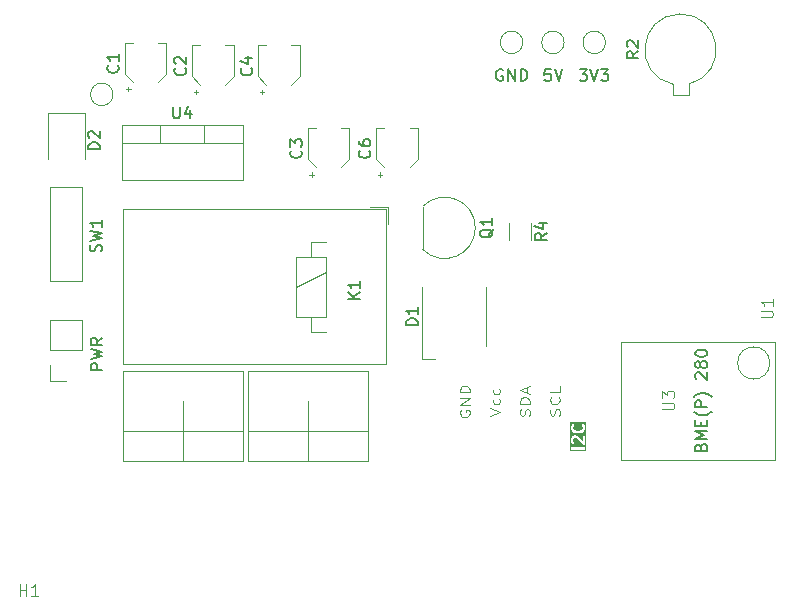
<source format=gbr>
%TF.GenerationSoftware,KiCad,Pcbnew,8.0.4*%
%TF.CreationDate,2024-07-28T00:02:19-04:00*%
%TF.ProjectId,ESP32-C3-WROOM-Node-Temperature,45535033-322d-4433-932d-57524f4f4d2d,rev?*%
%TF.SameCoordinates,Original*%
%TF.FileFunction,Legend,Top*%
%TF.FilePolarity,Positive*%
%FSLAX46Y46*%
G04 Gerber Fmt 4.6, Leading zero omitted, Abs format (unit mm)*
G04 Created by KiCad (PCBNEW 8.0.4) date 2024-07-28 00:02:19*
%MOMM*%
%LPD*%
G01*
G04 APERTURE LIST*
%ADD10C,0.150000*%
%ADD11C,0.200000*%
%ADD12C,0.100000*%
%ADD13C,0.120000*%
G04 APERTURE END LIST*
D10*
X129459580Y-64566666D02*
X129507200Y-64614285D01*
X129507200Y-64614285D02*
X129554819Y-64757142D01*
X129554819Y-64757142D02*
X129554819Y-64852380D01*
X129554819Y-64852380D02*
X129507200Y-64995237D01*
X129507200Y-64995237D02*
X129411961Y-65090475D01*
X129411961Y-65090475D02*
X129316723Y-65138094D01*
X129316723Y-65138094D02*
X129126247Y-65185713D01*
X129126247Y-65185713D02*
X128983390Y-65185713D01*
X128983390Y-65185713D02*
X128792914Y-65138094D01*
X128792914Y-65138094D02*
X128697676Y-65090475D01*
X128697676Y-65090475D02*
X128602438Y-64995237D01*
X128602438Y-64995237D02*
X128554819Y-64852380D01*
X128554819Y-64852380D02*
X128554819Y-64757142D01*
X128554819Y-64757142D02*
X128602438Y-64614285D01*
X128602438Y-64614285D02*
X128650057Y-64566666D01*
X128888152Y-63709523D02*
X129554819Y-63709523D01*
X128507200Y-63947618D02*
X129221485Y-64185713D01*
X129221485Y-64185713D02*
X129221485Y-63566666D01*
X149940057Y-78195238D02*
X149892438Y-78290476D01*
X149892438Y-78290476D02*
X149797200Y-78385714D01*
X149797200Y-78385714D02*
X149654342Y-78528571D01*
X149654342Y-78528571D02*
X149606723Y-78623809D01*
X149606723Y-78623809D02*
X149606723Y-78719047D01*
X149844819Y-78671428D02*
X149797200Y-78766666D01*
X149797200Y-78766666D02*
X149701961Y-78861904D01*
X149701961Y-78861904D02*
X149511485Y-78909523D01*
X149511485Y-78909523D02*
X149178152Y-78909523D01*
X149178152Y-78909523D02*
X148987676Y-78861904D01*
X148987676Y-78861904D02*
X148892438Y-78766666D01*
X148892438Y-78766666D02*
X148844819Y-78671428D01*
X148844819Y-78671428D02*
X148844819Y-78480952D01*
X148844819Y-78480952D02*
X148892438Y-78385714D01*
X148892438Y-78385714D02*
X148987676Y-78290476D01*
X148987676Y-78290476D02*
X149178152Y-78242857D01*
X149178152Y-78242857D02*
X149511485Y-78242857D01*
X149511485Y-78242857D02*
X149701961Y-78290476D01*
X149701961Y-78290476D02*
X149797200Y-78385714D01*
X149797200Y-78385714D02*
X149844819Y-78480952D01*
X149844819Y-78480952D02*
X149844819Y-78671428D01*
X149844819Y-77290476D02*
X149844819Y-77861904D01*
X149844819Y-77576190D02*
X148844819Y-77576190D01*
X148844819Y-77576190D02*
X148987676Y-77671428D01*
X148987676Y-77671428D02*
X149082914Y-77766666D01*
X149082914Y-77766666D02*
X149130533Y-77861904D01*
X157261905Y-64654819D02*
X157880952Y-64654819D01*
X157880952Y-64654819D02*
X157547619Y-65035771D01*
X157547619Y-65035771D02*
X157690476Y-65035771D01*
X157690476Y-65035771D02*
X157785714Y-65083390D01*
X157785714Y-65083390D02*
X157833333Y-65131009D01*
X157833333Y-65131009D02*
X157880952Y-65226247D01*
X157880952Y-65226247D02*
X157880952Y-65464342D01*
X157880952Y-65464342D02*
X157833333Y-65559580D01*
X157833333Y-65559580D02*
X157785714Y-65607200D01*
X157785714Y-65607200D02*
X157690476Y-65654819D01*
X157690476Y-65654819D02*
X157404762Y-65654819D01*
X157404762Y-65654819D02*
X157309524Y-65607200D01*
X157309524Y-65607200D02*
X157261905Y-65559580D01*
X158166667Y-64654819D02*
X158500000Y-65654819D01*
X158500000Y-65654819D02*
X158833333Y-64654819D01*
X159071429Y-64654819D02*
X159690476Y-64654819D01*
X159690476Y-64654819D02*
X159357143Y-65035771D01*
X159357143Y-65035771D02*
X159500000Y-65035771D01*
X159500000Y-65035771D02*
X159595238Y-65083390D01*
X159595238Y-65083390D02*
X159642857Y-65131009D01*
X159642857Y-65131009D02*
X159690476Y-65226247D01*
X159690476Y-65226247D02*
X159690476Y-65464342D01*
X159690476Y-65464342D02*
X159642857Y-65559580D01*
X159642857Y-65559580D02*
X159595238Y-65607200D01*
X159595238Y-65607200D02*
X159500000Y-65654819D01*
X159500000Y-65654819D02*
X159214286Y-65654819D01*
X159214286Y-65654819D02*
X159119048Y-65607200D01*
X159119048Y-65607200D02*
X159071429Y-65559580D01*
D11*
G36*
X157838330Y-96987300D02*
G01*
X156416108Y-96987300D01*
X156416108Y-96756680D01*
X156529140Y-96756680D01*
X156529140Y-96795698D01*
X156544072Y-96831746D01*
X156571662Y-96859336D01*
X156607710Y-96874268D01*
X156627219Y-96876189D01*
X157627219Y-96876189D01*
X157646728Y-96874268D01*
X157682776Y-96859336D01*
X157710366Y-96831746D01*
X157725298Y-96795698D01*
X157725298Y-96756680D01*
X157710366Y-96720632D01*
X157682776Y-96693042D01*
X157646728Y-96678110D01*
X157627219Y-96676189D01*
X156627219Y-96676189D01*
X156607710Y-96678110D01*
X156571662Y-96693042D01*
X156544072Y-96720632D01*
X156529140Y-96756680D01*
X156416108Y-96756680D01*
X156416108Y-95966666D01*
X156527219Y-95966666D01*
X156527219Y-96204761D01*
X156529140Y-96224270D01*
X156530515Y-96227590D01*
X156530770Y-96231174D01*
X156537776Y-96249482D01*
X156585395Y-96344720D01*
X156590680Y-96353116D01*
X156591691Y-96355556D01*
X156593944Y-96358302D01*
X156595838Y-96361310D01*
X156597832Y-96363039D01*
X156604127Y-96370710D01*
X156651746Y-96418328D01*
X156666899Y-96430765D01*
X156702948Y-96445696D01*
X156741966Y-96445696D01*
X156778014Y-96430765D01*
X156805604Y-96403175D01*
X156820535Y-96367127D01*
X156820535Y-96328109D01*
X156805604Y-96292060D01*
X156793167Y-96276907D01*
X156757024Y-96240763D01*
X156727219Y-96181153D01*
X156727219Y-95990273D01*
X156757024Y-95930663D01*
X156781692Y-95905994D01*
X156841302Y-95876190D01*
X156896706Y-95876190D01*
X157001770Y-95911211D01*
X157556508Y-96465948D01*
X157571662Y-96478384D01*
X157607710Y-96493316D01*
X157646728Y-96493316D01*
X157682776Y-96478384D01*
X157710366Y-96450794D01*
X157725298Y-96414746D01*
X157727219Y-96395237D01*
X157727219Y-95776190D01*
X157725298Y-95756681D01*
X157710366Y-95720633D01*
X157682776Y-95693043D01*
X157646728Y-95678111D01*
X157607710Y-95678111D01*
X157571662Y-95693043D01*
X157544072Y-95720633D01*
X157529140Y-95756681D01*
X157527219Y-95776190D01*
X157527219Y-96153815D01*
X157126501Y-95753098D01*
X157111347Y-95740662D01*
X157108028Y-95739287D01*
X157105313Y-95736932D01*
X157087412Y-95728941D01*
X156944556Y-95681322D01*
X156934884Y-95679122D01*
X156932442Y-95678111D01*
X156928903Y-95677762D01*
X156925440Y-95676975D01*
X156922806Y-95677162D01*
X156912933Y-95676190D01*
X156817695Y-95676190D01*
X156798186Y-95678111D01*
X156794865Y-95679486D01*
X156791282Y-95679741D01*
X156772973Y-95686747D01*
X156677736Y-95734366D01*
X156669339Y-95739651D01*
X156666899Y-95740662D01*
X156664153Y-95742915D01*
X156661145Y-95744809D01*
X156659412Y-95746806D01*
X156651746Y-95753099D01*
X156604127Y-95800717D01*
X156597832Y-95808387D01*
X156595838Y-95810117D01*
X156593944Y-95813124D01*
X156591691Y-95815871D01*
X156590680Y-95818310D01*
X156585395Y-95826707D01*
X156537776Y-95921945D01*
X156530770Y-95940253D01*
X156530515Y-95943836D01*
X156529140Y-95947157D01*
X156527219Y-95966666D01*
X156416108Y-95966666D01*
X156416108Y-94966666D01*
X156527219Y-94966666D01*
X156527219Y-95061904D01*
X156528191Y-95071777D01*
X156528004Y-95074411D01*
X156528791Y-95077874D01*
X156529140Y-95081413D01*
X156530151Y-95083855D01*
X156532351Y-95093527D01*
X156579970Y-95236383D01*
X156587961Y-95254284D01*
X156590316Y-95256999D01*
X156591691Y-95260318D01*
X156604127Y-95275472D01*
X156699365Y-95370710D01*
X156707031Y-95377001D01*
X156708764Y-95378999D01*
X156711775Y-95380894D01*
X156714519Y-95383146D01*
X156716956Y-95384155D01*
X156725355Y-95389442D01*
X156820592Y-95437061D01*
X156822020Y-95437607D01*
X156822600Y-95438037D01*
X156830776Y-95440958D01*
X156838901Y-95444067D01*
X156839621Y-95444118D01*
X156841060Y-95444632D01*
X157031536Y-95492251D01*
X157034917Y-95492751D01*
X157036281Y-95493316D01*
X157043631Y-95494039D01*
X157050929Y-95495119D01*
X157052387Y-95494901D01*
X157055790Y-95495237D01*
X157198647Y-95495237D01*
X157202049Y-95494901D01*
X157203508Y-95495119D01*
X157210805Y-95494039D01*
X157218156Y-95493316D01*
X157219519Y-95492751D01*
X157222901Y-95492251D01*
X157413376Y-95444632D01*
X157414813Y-95444118D01*
X157415536Y-95444067D01*
X157423660Y-95440958D01*
X157431837Y-95438037D01*
X157432417Y-95437606D01*
X157433844Y-95437061D01*
X157529082Y-95389442D01*
X157537474Y-95384159D01*
X157539918Y-95383147D01*
X157542667Y-95380890D01*
X157545672Y-95378999D01*
X157547401Y-95377004D01*
X157555071Y-95370710D01*
X157650311Y-95275472D01*
X157662747Y-95260319D01*
X157664122Y-95256999D01*
X157666477Y-95254284D01*
X157674468Y-95236384D01*
X157722087Y-95093527D01*
X157724286Y-95083854D01*
X157725298Y-95081413D01*
X157725646Y-95077875D01*
X157726434Y-95074412D01*
X157726246Y-95071777D01*
X157727219Y-95061904D01*
X157727219Y-94966666D01*
X157726246Y-94956792D01*
X157726434Y-94954158D01*
X157725646Y-94950694D01*
X157725298Y-94947157D01*
X157724286Y-94944715D01*
X157722087Y-94935043D01*
X157674468Y-94792186D01*
X157666477Y-94774286D01*
X157664122Y-94771570D01*
X157662747Y-94768251D01*
X157650310Y-94753097D01*
X157602690Y-94705479D01*
X157587537Y-94693042D01*
X157551488Y-94678111D01*
X157512470Y-94678112D01*
X157476422Y-94693043D01*
X157448832Y-94720633D01*
X157433901Y-94756682D01*
X157433902Y-94795700D01*
X157448833Y-94831748D01*
X157461270Y-94846901D01*
X157492197Y-94877827D01*
X157527219Y-94982892D01*
X157527219Y-95045677D01*
X157492197Y-95150742D01*
X157425127Y-95217812D01*
X157354218Y-95253266D01*
X157186337Y-95295237D01*
X157068099Y-95295237D01*
X156900218Y-95253266D01*
X156829313Y-95217814D01*
X156762240Y-95150741D01*
X156727219Y-95045677D01*
X156727219Y-94982893D01*
X156762240Y-94877827D01*
X156793167Y-94846901D01*
X156805604Y-94831748D01*
X156820535Y-94795699D01*
X156820535Y-94756681D01*
X156805604Y-94720633D01*
X156778014Y-94693043D01*
X156741966Y-94678112D01*
X156702948Y-94678112D01*
X156666899Y-94693043D01*
X156651746Y-94705480D01*
X156604127Y-94753098D01*
X156591691Y-94768252D01*
X156590316Y-94771570D01*
X156587961Y-94774286D01*
X156579970Y-94792187D01*
X156532351Y-94935043D01*
X156530151Y-94944714D01*
X156529140Y-94947157D01*
X156528791Y-94950695D01*
X156528004Y-94954159D01*
X156528191Y-94956792D01*
X156527219Y-94966666D01*
X156416108Y-94966666D01*
X156416108Y-94567000D01*
X157838330Y-94567000D01*
X157838330Y-96987300D01*
G37*
D12*
X147182990Y-93561904D02*
X147144895Y-93657142D01*
X147144895Y-93657142D02*
X147144895Y-93799999D01*
X147144895Y-93799999D02*
X147182990Y-93942856D01*
X147182990Y-93942856D02*
X147259180Y-94038094D01*
X147259180Y-94038094D02*
X147335371Y-94085713D01*
X147335371Y-94085713D02*
X147487752Y-94133332D01*
X147487752Y-94133332D02*
X147602038Y-94133332D01*
X147602038Y-94133332D02*
X147754419Y-94085713D01*
X147754419Y-94085713D02*
X147830609Y-94038094D01*
X147830609Y-94038094D02*
X147906800Y-93942856D01*
X147906800Y-93942856D02*
X147944895Y-93799999D01*
X147944895Y-93799999D02*
X147944895Y-93704761D01*
X147944895Y-93704761D02*
X147906800Y-93561904D01*
X147906800Y-93561904D02*
X147868704Y-93514285D01*
X147868704Y-93514285D02*
X147602038Y-93514285D01*
X147602038Y-93514285D02*
X147602038Y-93704761D01*
X147944895Y-93085713D02*
X147144895Y-93085713D01*
X147144895Y-93085713D02*
X147944895Y-92514285D01*
X147944895Y-92514285D02*
X147144895Y-92514285D01*
X147944895Y-92038094D02*
X147144895Y-92038094D01*
X147144895Y-92038094D02*
X147144895Y-91799999D01*
X147144895Y-91799999D02*
X147182990Y-91657142D01*
X147182990Y-91657142D02*
X147259180Y-91561904D01*
X147259180Y-91561904D02*
X147335371Y-91514285D01*
X147335371Y-91514285D02*
X147487752Y-91466666D01*
X147487752Y-91466666D02*
X147602038Y-91466666D01*
X147602038Y-91466666D02*
X147754419Y-91514285D01*
X147754419Y-91514285D02*
X147830609Y-91561904D01*
X147830609Y-91561904D02*
X147906800Y-91657142D01*
X147906800Y-91657142D02*
X147944895Y-91799999D01*
X147944895Y-91799999D02*
X147944895Y-92038094D01*
X152986800Y-94014285D02*
X153024895Y-93871428D01*
X153024895Y-93871428D02*
X153024895Y-93633333D01*
X153024895Y-93633333D02*
X152986800Y-93538095D01*
X152986800Y-93538095D02*
X152948704Y-93490476D01*
X152948704Y-93490476D02*
X152872514Y-93442857D01*
X152872514Y-93442857D02*
X152796323Y-93442857D01*
X152796323Y-93442857D02*
X152720133Y-93490476D01*
X152720133Y-93490476D02*
X152682038Y-93538095D01*
X152682038Y-93538095D02*
X152643942Y-93633333D01*
X152643942Y-93633333D02*
X152605847Y-93823809D01*
X152605847Y-93823809D02*
X152567752Y-93919047D01*
X152567752Y-93919047D02*
X152529657Y-93966666D01*
X152529657Y-93966666D02*
X152453466Y-94014285D01*
X152453466Y-94014285D02*
X152377276Y-94014285D01*
X152377276Y-94014285D02*
X152301085Y-93966666D01*
X152301085Y-93966666D02*
X152262990Y-93919047D01*
X152262990Y-93919047D02*
X152224895Y-93823809D01*
X152224895Y-93823809D02*
X152224895Y-93585714D01*
X152224895Y-93585714D02*
X152262990Y-93442857D01*
X153024895Y-93014285D02*
X152224895Y-93014285D01*
X152224895Y-93014285D02*
X152224895Y-92776190D01*
X152224895Y-92776190D02*
X152262990Y-92633333D01*
X152262990Y-92633333D02*
X152339180Y-92538095D01*
X152339180Y-92538095D02*
X152415371Y-92490476D01*
X152415371Y-92490476D02*
X152567752Y-92442857D01*
X152567752Y-92442857D02*
X152682038Y-92442857D01*
X152682038Y-92442857D02*
X152834419Y-92490476D01*
X152834419Y-92490476D02*
X152910609Y-92538095D01*
X152910609Y-92538095D02*
X152986800Y-92633333D01*
X152986800Y-92633333D02*
X153024895Y-92776190D01*
X153024895Y-92776190D02*
X153024895Y-93014285D01*
X152796323Y-92061904D02*
X152796323Y-91585714D01*
X153024895Y-92157142D02*
X152224895Y-91823809D01*
X152224895Y-91823809D02*
X153024895Y-91490476D01*
X155526800Y-93990475D02*
X155564895Y-93847618D01*
X155564895Y-93847618D02*
X155564895Y-93609523D01*
X155564895Y-93609523D02*
X155526800Y-93514285D01*
X155526800Y-93514285D02*
X155488704Y-93466666D01*
X155488704Y-93466666D02*
X155412514Y-93419047D01*
X155412514Y-93419047D02*
X155336323Y-93419047D01*
X155336323Y-93419047D02*
X155260133Y-93466666D01*
X155260133Y-93466666D02*
X155222038Y-93514285D01*
X155222038Y-93514285D02*
X155183942Y-93609523D01*
X155183942Y-93609523D02*
X155145847Y-93799999D01*
X155145847Y-93799999D02*
X155107752Y-93895237D01*
X155107752Y-93895237D02*
X155069657Y-93942856D01*
X155069657Y-93942856D02*
X154993466Y-93990475D01*
X154993466Y-93990475D02*
X154917276Y-93990475D01*
X154917276Y-93990475D02*
X154841085Y-93942856D01*
X154841085Y-93942856D02*
X154802990Y-93895237D01*
X154802990Y-93895237D02*
X154764895Y-93799999D01*
X154764895Y-93799999D02*
X154764895Y-93561904D01*
X154764895Y-93561904D02*
X154802990Y-93419047D01*
X155488704Y-92419047D02*
X155526800Y-92466666D01*
X155526800Y-92466666D02*
X155564895Y-92609523D01*
X155564895Y-92609523D02*
X155564895Y-92704761D01*
X155564895Y-92704761D02*
X155526800Y-92847618D01*
X155526800Y-92847618D02*
X155450609Y-92942856D01*
X155450609Y-92942856D02*
X155374419Y-92990475D01*
X155374419Y-92990475D02*
X155222038Y-93038094D01*
X155222038Y-93038094D02*
X155107752Y-93038094D01*
X155107752Y-93038094D02*
X154955371Y-92990475D01*
X154955371Y-92990475D02*
X154879180Y-92942856D01*
X154879180Y-92942856D02*
X154802990Y-92847618D01*
X154802990Y-92847618D02*
X154764895Y-92704761D01*
X154764895Y-92704761D02*
X154764895Y-92609523D01*
X154764895Y-92609523D02*
X154802990Y-92466666D01*
X154802990Y-92466666D02*
X154841085Y-92419047D01*
X155564895Y-91514285D02*
X155564895Y-91990475D01*
X155564895Y-91990475D02*
X154764895Y-91990475D01*
X149684895Y-93990475D02*
X150484895Y-93657142D01*
X150484895Y-93657142D02*
X149684895Y-93323809D01*
X150446800Y-92561904D02*
X150484895Y-92657142D01*
X150484895Y-92657142D02*
X150484895Y-92847618D01*
X150484895Y-92847618D02*
X150446800Y-92942856D01*
X150446800Y-92942856D02*
X150408704Y-92990475D01*
X150408704Y-92990475D02*
X150332514Y-93038094D01*
X150332514Y-93038094D02*
X150103942Y-93038094D01*
X150103942Y-93038094D02*
X150027752Y-92990475D01*
X150027752Y-92990475D02*
X149989657Y-92942856D01*
X149989657Y-92942856D02*
X149951561Y-92847618D01*
X149951561Y-92847618D02*
X149951561Y-92657142D01*
X149951561Y-92657142D02*
X149989657Y-92561904D01*
X150446800Y-91704761D02*
X150484895Y-91799999D01*
X150484895Y-91799999D02*
X150484895Y-91990475D01*
X150484895Y-91990475D02*
X150446800Y-92085713D01*
X150446800Y-92085713D02*
X150408704Y-92133332D01*
X150408704Y-92133332D02*
X150332514Y-92180951D01*
X150332514Y-92180951D02*
X150103942Y-92180951D01*
X150103942Y-92180951D02*
X150027752Y-92133332D01*
X150027752Y-92133332D02*
X149989657Y-92085713D01*
X149989657Y-92085713D02*
X149951561Y-91990475D01*
X149951561Y-91990475D02*
X149951561Y-91799999D01*
X149951561Y-91799999D02*
X149989657Y-91704761D01*
D10*
X154809523Y-64654819D02*
X154333333Y-64654819D01*
X154333333Y-64654819D02*
X154285714Y-65131009D01*
X154285714Y-65131009D02*
X154333333Y-65083390D01*
X154333333Y-65083390D02*
X154428571Y-65035771D01*
X154428571Y-65035771D02*
X154666666Y-65035771D01*
X154666666Y-65035771D02*
X154761904Y-65083390D01*
X154761904Y-65083390D02*
X154809523Y-65131009D01*
X154809523Y-65131009D02*
X154857142Y-65226247D01*
X154857142Y-65226247D02*
X154857142Y-65464342D01*
X154857142Y-65464342D02*
X154809523Y-65559580D01*
X154809523Y-65559580D02*
X154761904Y-65607200D01*
X154761904Y-65607200D02*
X154666666Y-65654819D01*
X154666666Y-65654819D02*
X154428571Y-65654819D01*
X154428571Y-65654819D02*
X154333333Y-65607200D01*
X154333333Y-65607200D02*
X154285714Y-65559580D01*
X155142857Y-64654819D02*
X155476190Y-65654819D01*
X155476190Y-65654819D02*
X155809523Y-64654819D01*
D12*
X164257419Y-93461904D02*
X165066942Y-93461904D01*
X165066942Y-93461904D02*
X165162180Y-93414285D01*
X165162180Y-93414285D02*
X165209800Y-93366666D01*
X165209800Y-93366666D02*
X165257419Y-93271428D01*
X165257419Y-93271428D02*
X165257419Y-93080952D01*
X165257419Y-93080952D02*
X165209800Y-92985714D01*
X165209800Y-92985714D02*
X165162180Y-92938095D01*
X165162180Y-92938095D02*
X165066942Y-92890476D01*
X165066942Y-92890476D02*
X164257419Y-92890476D01*
X164257419Y-92509523D02*
X164257419Y-91890476D01*
X164257419Y-91890476D02*
X164638371Y-92223809D01*
X164638371Y-92223809D02*
X164638371Y-92080952D01*
X164638371Y-92080952D02*
X164685990Y-91985714D01*
X164685990Y-91985714D02*
X164733609Y-91938095D01*
X164733609Y-91938095D02*
X164828847Y-91890476D01*
X164828847Y-91890476D02*
X165066942Y-91890476D01*
X165066942Y-91890476D02*
X165162180Y-91938095D01*
X165162180Y-91938095D02*
X165209800Y-91985714D01*
X165209800Y-91985714D02*
X165257419Y-92080952D01*
X165257419Y-92080952D02*
X165257419Y-92366666D01*
X165257419Y-92366666D02*
X165209800Y-92461904D01*
X165209800Y-92461904D02*
X165162180Y-92509523D01*
D11*
X167528409Y-96668571D02*
X167576028Y-96525714D01*
X167576028Y-96525714D02*
X167623647Y-96478095D01*
X167623647Y-96478095D02*
X167718885Y-96430476D01*
X167718885Y-96430476D02*
X167861742Y-96430476D01*
X167861742Y-96430476D02*
X167956980Y-96478095D01*
X167956980Y-96478095D02*
X168004600Y-96525714D01*
X168004600Y-96525714D02*
X168052219Y-96620952D01*
X168052219Y-96620952D02*
X168052219Y-97001904D01*
X168052219Y-97001904D02*
X167052219Y-97001904D01*
X167052219Y-97001904D02*
X167052219Y-96668571D01*
X167052219Y-96668571D02*
X167099838Y-96573333D01*
X167099838Y-96573333D02*
X167147457Y-96525714D01*
X167147457Y-96525714D02*
X167242695Y-96478095D01*
X167242695Y-96478095D02*
X167337933Y-96478095D01*
X167337933Y-96478095D02*
X167433171Y-96525714D01*
X167433171Y-96525714D02*
X167480790Y-96573333D01*
X167480790Y-96573333D02*
X167528409Y-96668571D01*
X167528409Y-96668571D02*
X167528409Y-97001904D01*
X168052219Y-96001904D02*
X167052219Y-96001904D01*
X167052219Y-96001904D02*
X167766504Y-95668571D01*
X167766504Y-95668571D02*
X167052219Y-95335238D01*
X167052219Y-95335238D02*
X168052219Y-95335238D01*
X167528409Y-94859047D02*
X167528409Y-94525714D01*
X168052219Y-94382857D02*
X168052219Y-94859047D01*
X168052219Y-94859047D02*
X167052219Y-94859047D01*
X167052219Y-94859047D02*
X167052219Y-94382857D01*
X168433171Y-93668571D02*
X168385552Y-93716190D01*
X168385552Y-93716190D02*
X168242695Y-93811428D01*
X168242695Y-93811428D02*
X168147457Y-93859047D01*
X168147457Y-93859047D02*
X168004600Y-93906666D01*
X168004600Y-93906666D02*
X167766504Y-93954285D01*
X167766504Y-93954285D02*
X167576028Y-93954285D01*
X167576028Y-93954285D02*
X167337933Y-93906666D01*
X167337933Y-93906666D02*
X167195076Y-93859047D01*
X167195076Y-93859047D02*
X167099838Y-93811428D01*
X167099838Y-93811428D02*
X166956980Y-93716190D01*
X166956980Y-93716190D02*
X166909361Y-93668571D01*
X168052219Y-93287618D02*
X167052219Y-93287618D01*
X167052219Y-93287618D02*
X167052219Y-92906666D01*
X167052219Y-92906666D02*
X167099838Y-92811428D01*
X167099838Y-92811428D02*
X167147457Y-92763809D01*
X167147457Y-92763809D02*
X167242695Y-92716190D01*
X167242695Y-92716190D02*
X167385552Y-92716190D01*
X167385552Y-92716190D02*
X167480790Y-92763809D01*
X167480790Y-92763809D02*
X167528409Y-92811428D01*
X167528409Y-92811428D02*
X167576028Y-92906666D01*
X167576028Y-92906666D02*
X167576028Y-93287618D01*
X168433171Y-92382856D02*
X168385552Y-92335237D01*
X168385552Y-92335237D02*
X168242695Y-92239999D01*
X168242695Y-92239999D02*
X168147457Y-92192380D01*
X168147457Y-92192380D02*
X168004600Y-92144761D01*
X168004600Y-92144761D02*
X167766504Y-92097142D01*
X167766504Y-92097142D02*
X167576028Y-92097142D01*
X167576028Y-92097142D02*
X167337933Y-92144761D01*
X167337933Y-92144761D02*
X167195076Y-92192380D01*
X167195076Y-92192380D02*
X167099838Y-92239999D01*
X167099838Y-92239999D02*
X166956980Y-92335237D01*
X166956980Y-92335237D02*
X166909361Y-92382856D01*
X167147457Y-90906665D02*
X167099838Y-90859046D01*
X167099838Y-90859046D02*
X167052219Y-90763808D01*
X167052219Y-90763808D02*
X167052219Y-90525713D01*
X167052219Y-90525713D02*
X167099838Y-90430475D01*
X167099838Y-90430475D02*
X167147457Y-90382856D01*
X167147457Y-90382856D02*
X167242695Y-90335237D01*
X167242695Y-90335237D02*
X167337933Y-90335237D01*
X167337933Y-90335237D02*
X167480790Y-90382856D01*
X167480790Y-90382856D02*
X168052219Y-90954284D01*
X168052219Y-90954284D02*
X168052219Y-90335237D01*
X167480790Y-89763808D02*
X167433171Y-89859046D01*
X167433171Y-89859046D02*
X167385552Y-89906665D01*
X167385552Y-89906665D02*
X167290314Y-89954284D01*
X167290314Y-89954284D02*
X167242695Y-89954284D01*
X167242695Y-89954284D02*
X167147457Y-89906665D01*
X167147457Y-89906665D02*
X167099838Y-89859046D01*
X167099838Y-89859046D02*
X167052219Y-89763808D01*
X167052219Y-89763808D02*
X167052219Y-89573332D01*
X167052219Y-89573332D02*
X167099838Y-89478094D01*
X167099838Y-89478094D02*
X167147457Y-89430475D01*
X167147457Y-89430475D02*
X167242695Y-89382856D01*
X167242695Y-89382856D02*
X167290314Y-89382856D01*
X167290314Y-89382856D02*
X167385552Y-89430475D01*
X167385552Y-89430475D02*
X167433171Y-89478094D01*
X167433171Y-89478094D02*
X167480790Y-89573332D01*
X167480790Y-89573332D02*
X167480790Y-89763808D01*
X167480790Y-89763808D02*
X167528409Y-89859046D01*
X167528409Y-89859046D02*
X167576028Y-89906665D01*
X167576028Y-89906665D02*
X167671266Y-89954284D01*
X167671266Y-89954284D02*
X167861742Y-89954284D01*
X167861742Y-89954284D02*
X167956980Y-89906665D01*
X167956980Y-89906665D02*
X168004600Y-89859046D01*
X168004600Y-89859046D02*
X168052219Y-89763808D01*
X168052219Y-89763808D02*
X168052219Y-89573332D01*
X168052219Y-89573332D02*
X168004600Y-89478094D01*
X168004600Y-89478094D02*
X167956980Y-89430475D01*
X167956980Y-89430475D02*
X167861742Y-89382856D01*
X167861742Y-89382856D02*
X167671266Y-89382856D01*
X167671266Y-89382856D02*
X167576028Y-89430475D01*
X167576028Y-89430475D02*
X167528409Y-89478094D01*
X167528409Y-89478094D02*
X167480790Y-89573332D01*
X167052219Y-88763808D02*
X167052219Y-88668570D01*
X167052219Y-88668570D02*
X167099838Y-88573332D01*
X167099838Y-88573332D02*
X167147457Y-88525713D01*
X167147457Y-88525713D02*
X167242695Y-88478094D01*
X167242695Y-88478094D02*
X167433171Y-88430475D01*
X167433171Y-88430475D02*
X167671266Y-88430475D01*
X167671266Y-88430475D02*
X167861742Y-88478094D01*
X167861742Y-88478094D02*
X167956980Y-88525713D01*
X167956980Y-88525713D02*
X168004600Y-88573332D01*
X168004600Y-88573332D02*
X168052219Y-88668570D01*
X168052219Y-88668570D02*
X168052219Y-88763808D01*
X168052219Y-88763808D02*
X168004600Y-88859046D01*
X168004600Y-88859046D02*
X167956980Y-88906665D01*
X167956980Y-88906665D02*
X167861742Y-88954284D01*
X167861742Y-88954284D02*
X167671266Y-89001903D01*
X167671266Y-89001903D02*
X167433171Y-89001903D01*
X167433171Y-89001903D02*
X167242695Y-88954284D01*
X167242695Y-88954284D02*
X167147457Y-88906665D01*
X167147457Y-88906665D02*
X167099838Y-88859046D01*
X167099838Y-88859046D02*
X167052219Y-88763808D01*
D10*
X154474819Y-78566666D02*
X153998628Y-78899999D01*
X154474819Y-79138094D02*
X153474819Y-79138094D01*
X153474819Y-79138094D02*
X153474819Y-78757142D01*
X153474819Y-78757142D02*
X153522438Y-78661904D01*
X153522438Y-78661904D02*
X153570057Y-78614285D01*
X153570057Y-78614285D02*
X153665295Y-78566666D01*
X153665295Y-78566666D02*
X153808152Y-78566666D01*
X153808152Y-78566666D02*
X153903390Y-78614285D01*
X153903390Y-78614285D02*
X153951009Y-78661904D01*
X153951009Y-78661904D02*
X153998628Y-78757142D01*
X153998628Y-78757142D02*
X153998628Y-79138094D01*
X153808152Y-77709523D02*
X154474819Y-77709523D01*
X153427200Y-77947618D02*
X154141485Y-78185713D01*
X154141485Y-78185713D02*
X154141485Y-77566666D01*
X116854819Y-90133332D02*
X115854819Y-90133332D01*
X115854819Y-90133332D02*
X115854819Y-89752380D01*
X115854819Y-89752380D02*
X115902438Y-89657142D01*
X115902438Y-89657142D02*
X115950057Y-89609523D01*
X115950057Y-89609523D02*
X116045295Y-89561904D01*
X116045295Y-89561904D02*
X116188152Y-89561904D01*
X116188152Y-89561904D02*
X116283390Y-89609523D01*
X116283390Y-89609523D02*
X116331009Y-89657142D01*
X116331009Y-89657142D02*
X116378628Y-89752380D01*
X116378628Y-89752380D02*
X116378628Y-90133332D01*
X115854819Y-89228570D02*
X116854819Y-88990475D01*
X116854819Y-88990475D02*
X116140533Y-88799999D01*
X116140533Y-88799999D02*
X116854819Y-88609523D01*
X116854819Y-88609523D02*
X115854819Y-88371428D01*
X116854819Y-87419047D02*
X116378628Y-87752380D01*
X116854819Y-87990475D02*
X115854819Y-87990475D01*
X115854819Y-87990475D02*
X115854819Y-87609523D01*
X115854819Y-87609523D02*
X115902438Y-87514285D01*
X115902438Y-87514285D02*
X115950057Y-87466666D01*
X115950057Y-87466666D02*
X116045295Y-87419047D01*
X116045295Y-87419047D02*
X116188152Y-87419047D01*
X116188152Y-87419047D02*
X116283390Y-87466666D01*
X116283390Y-87466666D02*
X116331009Y-87514285D01*
X116331009Y-87514285D02*
X116378628Y-87609523D01*
X116378628Y-87609523D02*
X116378628Y-87990475D01*
X143554819Y-86338094D02*
X142554819Y-86338094D01*
X142554819Y-86338094D02*
X142554819Y-86099999D01*
X142554819Y-86099999D02*
X142602438Y-85957142D01*
X142602438Y-85957142D02*
X142697676Y-85861904D01*
X142697676Y-85861904D02*
X142792914Y-85814285D01*
X142792914Y-85814285D02*
X142983390Y-85766666D01*
X142983390Y-85766666D02*
X143126247Y-85766666D01*
X143126247Y-85766666D02*
X143316723Y-85814285D01*
X143316723Y-85814285D02*
X143411961Y-85861904D01*
X143411961Y-85861904D02*
X143507200Y-85957142D01*
X143507200Y-85957142D02*
X143554819Y-86099999D01*
X143554819Y-86099999D02*
X143554819Y-86338094D01*
X143554819Y-84814285D02*
X143554819Y-85385713D01*
X143554819Y-85099999D02*
X142554819Y-85099999D01*
X142554819Y-85099999D02*
X142697676Y-85195237D01*
X142697676Y-85195237D02*
X142792914Y-85290475D01*
X142792914Y-85290475D02*
X142840533Y-85385713D01*
X133659580Y-71566666D02*
X133707200Y-71614285D01*
X133707200Y-71614285D02*
X133754819Y-71757142D01*
X133754819Y-71757142D02*
X133754819Y-71852380D01*
X133754819Y-71852380D02*
X133707200Y-71995237D01*
X133707200Y-71995237D02*
X133611961Y-72090475D01*
X133611961Y-72090475D02*
X133516723Y-72138094D01*
X133516723Y-72138094D02*
X133326247Y-72185713D01*
X133326247Y-72185713D02*
X133183390Y-72185713D01*
X133183390Y-72185713D02*
X132992914Y-72138094D01*
X132992914Y-72138094D02*
X132897676Y-72090475D01*
X132897676Y-72090475D02*
X132802438Y-71995237D01*
X132802438Y-71995237D02*
X132754819Y-71852380D01*
X132754819Y-71852380D02*
X132754819Y-71757142D01*
X132754819Y-71757142D02*
X132802438Y-71614285D01*
X132802438Y-71614285D02*
X132850057Y-71566666D01*
X132754819Y-71233332D02*
X132754819Y-70614285D01*
X132754819Y-70614285D02*
X133135771Y-70947618D01*
X133135771Y-70947618D02*
X133135771Y-70804761D01*
X133135771Y-70804761D02*
X133183390Y-70709523D01*
X133183390Y-70709523D02*
X133231009Y-70661904D01*
X133231009Y-70661904D02*
X133326247Y-70614285D01*
X133326247Y-70614285D02*
X133564342Y-70614285D01*
X133564342Y-70614285D02*
X133659580Y-70661904D01*
X133659580Y-70661904D02*
X133707200Y-70709523D01*
X133707200Y-70709523D02*
X133754819Y-70804761D01*
X133754819Y-70804761D02*
X133754819Y-71090475D01*
X133754819Y-71090475D02*
X133707200Y-71185713D01*
X133707200Y-71185713D02*
X133659580Y-71233332D01*
D12*
X172617419Y-85681904D02*
X173426942Y-85681904D01*
X173426942Y-85681904D02*
X173522180Y-85634285D01*
X173522180Y-85634285D02*
X173569800Y-85586666D01*
X173569800Y-85586666D02*
X173617419Y-85491428D01*
X173617419Y-85491428D02*
X173617419Y-85300952D01*
X173617419Y-85300952D02*
X173569800Y-85205714D01*
X173569800Y-85205714D02*
X173522180Y-85158095D01*
X173522180Y-85158095D02*
X173426942Y-85110476D01*
X173426942Y-85110476D02*
X172617419Y-85110476D01*
X173617419Y-84110476D02*
X173617419Y-84681904D01*
X173617419Y-84396190D02*
X172617419Y-84396190D01*
X172617419Y-84396190D02*
X172760276Y-84491428D01*
X172760276Y-84491428D02*
X172855514Y-84586666D01*
X172855514Y-84586666D02*
X172903133Y-84681904D01*
D10*
X150738095Y-64702438D02*
X150642857Y-64654819D01*
X150642857Y-64654819D02*
X150500000Y-64654819D01*
X150500000Y-64654819D02*
X150357143Y-64702438D01*
X150357143Y-64702438D02*
X150261905Y-64797676D01*
X150261905Y-64797676D02*
X150214286Y-64892914D01*
X150214286Y-64892914D02*
X150166667Y-65083390D01*
X150166667Y-65083390D02*
X150166667Y-65226247D01*
X150166667Y-65226247D02*
X150214286Y-65416723D01*
X150214286Y-65416723D02*
X150261905Y-65511961D01*
X150261905Y-65511961D02*
X150357143Y-65607200D01*
X150357143Y-65607200D02*
X150500000Y-65654819D01*
X150500000Y-65654819D02*
X150595238Y-65654819D01*
X150595238Y-65654819D02*
X150738095Y-65607200D01*
X150738095Y-65607200D02*
X150785714Y-65559580D01*
X150785714Y-65559580D02*
X150785714Y-65226247D01*
X150785714Y-65226247D02*
X150595238Y-65226247D01*
X151214286Y-65654819D02*
X151214286Y-64654819D01*
X151214286Y-64654819D02*
X151785714Y-65654819D01*
X151785714Y-65654819D02*
X151785714Y-64654819D01*
X152261905Y-65654819D02*
X152261905Y-64654819D01*
X152261905Y-64654819D02*
X152500000Y-64654819D01*
X152500000Y-64654819D02*
X152642857Y-64702438D01*
X152642857Y-64702438D02*
X152738095Y-64797676D01*
X152738095Y-64797676D02*
X152785714Y-64892914D01*
X152785714Y-64892914D02*
X152833333Y-65083390D01*
X152833333Y-65083390D02*
X152833333Y-65226247D01*
X152833333Y-65226247D02*
X152785714Y-65416723D01*
X152785714Y-65416723D02*
X152738095Y-65511961D01*
X152738095Y-65511961D02*
X152642857Y-65607200D01*
X152642857Y-65607200D02*
X152500000Y-65654819D01*
X152500000Y-65654819D02*
X152261905Y-65654819D01*
D12*
X109838095Y-109257419D02*
X109838095Y-108257419D01*
X109838095Y-108733609D02*
X110409523Y-108733609D01*
X110409523Y-109257419D02*
X110409523Y-108257419D01*
X111409523Y-109257419D02*
X110838095Y-109257419D01*
X111123809Y-109257419D02*
X111123809Y-108257419D01*
X111123809Y-108257419D02*
X111028571Y-108400276D01*
X111028571Y-108400276D02*
X110933333Y-108495514D01*
X110933333Y-108495514D02*
X110838095Y-108543133D01*
D10*
X122838095Y-67829819D02*
X122838095Y-68639342D01*
X122838095Y-68639342D02*
X122885714Y-68734580D01*
X122885714Y-68734580D02*
X122933333Y-68782200D01*
X122933333Y-68782200D02*
X123028571Y-68829819D01*
X123028571Y-68829819D02*
X123219047Y-68829819D01*
X123219047Y-68829819D02*
X123314285Y-68782200D01*
X123314285Y-68782200D02*
X123361904Y-68734580D01*
X123361904Y-68734580D02*
X123409523Y-68639342D01*
X123409523Y-68639342D02*
X123409523Y-67829819D01*
X124314285Y-68163152D02*
X124314285Y-68829819D01*
X124076190Y-67782200D02*
X123838095Y-68496485D01*
X123838095Y-68496485D02*
X124457142Y-68496485D01*
X123859580Y-64566666D02*
X123907200Y-64614285D01*
X123907200Y-64614285D02*
X123954819Y-64757142D01*
X123954819Y-64757142D02*
X123954819Y-64852380D01*
X123954819Y-64852380D02*
X123907200Y-64995237D01*
X123907200Y-64995237D02*
X123811961Y-65090475D01*
X123811961Y-65090475D02*
X123716723Y-65138094D01*
X123716723Y-65138094D02*
X123526247Y-65185713D01*
X123526247Y-65185713D02*
X123383390Y-65185713D01*
X123383390Y-65185713D02*
X123192914Y-65138094D01*
X123192914Y-65138094D02*
X123097676Y-65090475D01*
X123097676Y-65090475D02*
X123002438Y-64995237D01*
X123002438Y-64995237D02*
X122954819Y-64852380D01*
X122954819Y-64852380D02*
X122954819Y-64757142D01*
X122954819Y-64757142D02*
X123002438Y-64614285D01*
X123002438Y-64614285D02*
X123050057Y-64566666D01*
X123050057Y-64185713D02*
X123002438Y-64138094D01*
X123002438Y-64138094D02*
X122954819Y-64042856D01*
X122954819Y-64042856D02*
X122954819Y-63804761D01*
X122954819Y-63804761D02*
X123002438Y-63709523D01*
X123002438Y-63709523D02*
X123050057Y-63661904D01*
X123050057Y-63661904D02*
X123145295Y-63614285D01*
X123145295Y-63614285D02*
X123240533Y-63614285D01*
X123240533Y-63614285D02*
X123383390Y-63661904D01*
X123383390Y-63661904D02*
X123954819Y-64233332D01*
X123954819Y-64233332D02*
X123954819Y-63614285D01*
X116654819Y-71438094D02*
X115654819Y-71438094D01*
X115654819Y-71438094D02*
X115654819Y-71199999D01*
X115654819Y-71199999D02*
X115702438Y-71057142D01*
X115702438Y-71057142D02*
X115797676Y-70961904D01*
X115797676Y-70961904D02*
X115892914Y-70914285D01*
X115892914Y-70914285D02*
X116083390Y-70866666D01*
X116083390Y-70866666D02*
X116226247Y-70866666D01*
X116226247Y-70866666D02*
X116416723Y-70914285D01*
X116416723Y-70914285D02*
X116511961Y-70961904D01*
X116511961Y-70961904D02*
X116607200Y-71057142D01*
X116607200Y-71057142D02*
X116654819Y-71199999D01*
X116654819Y-71199999D02*
X116654819Y-71438094D01*
X115750057Y-70485713D02*
X115702438Y-70438094D01*
X115702438Y-70438094D02*
X115654819Y-70342856D01*
X115654819Y-70342856D02*
X115654819Y-70104761D01*
X115654819Y-70104761D02*
X115702438Y-70009523D01*
X115702438Y-70009523D02*
X115750057Y-69961904D01*
X115750057Y-69961904D02*
X115845295Y-69914285D01*
X115845295Y-69914285D02*
X115940533Y-69914285D01*
X115940533Y-69914285D02*
X116083390Y-69961904D01*
X116083390Y-69961904D02*
X116654819Y-70533332D01*
X116654819Y-70533332D02*
X116654819Y-69914285D01*
X138654819Y-84138094D02*
X137654819Y-84138094D01*
X138654819Y-83566666D02*
X138083390Y-83995237D01*
X137654819Y-83566666D02*
X138226247Y-84138094D01*
X138654819Y-82614285D02*
X138654819Y-83185713D01*
X138654819Y-82899999D02*
X137654819Y-82899999D01*
X137654819Y-82899999D02*
X137797676Y-82995237D01*
X137797676Y-82995237D02*
X137892914Y-83090475D01*
X137892914Y-83090475D02*
X137940533Y-83185713D01*
X139459580Y-71566666D02*
X139507200Y-71614285D01*
X139507200Y-71614285D02*
X139554819Y-71757142D01*
X139554819Y-71757142D02*
X139554819Y-71852380D01*
X139554819Y-71852380D02*
X139507200Y-71995237D01*
X139507200Y-71995237D02*
X139411961Y-72090475D01*
X139411961Y-72090475D02*
X139316723Y-72138094D01*
X139316723Y-72138094D02*
X139126247Y-72185713D01*
X139126247Y-72185713D02*
X138983390Y-72185713D01*
X138983390Y-72185713D02*
X138792914Y-72138094D01*
X138792914Y-72138094D02*
X138697676Y-72090475D01*
X138697676Y-72090475D02*
X138602438Y-71995237D01*
X138602438Y-71995237D02*
X138554819Y-71852380D01*
X138554819Y-71852380D02*
X138554819Y-71757142D01*
X138554819Y-71757142D02*
X138602438Y-71614285D01*
X138602438Y-71614285D02*
X138650057Y-71566666D01*
X138554819Y-70709523D02*
X138554819Y-70899999D01*
X138554819Y-70899999D02*
X138602438Y-70995237D01*
X138602438Y-70995237D02*
X138650057Y-71042856D01*
X138650057Y-71042856D02*
X138792914Y-71138094D01*
X138792914Y-71138094D02*
X138983390Y-71185713D01*
X138983390Y-71185713D02*
X139364342Y-71185713D01*
X139364342Y-71185713D02*
X139459580Y-71138094D01*
X139459580Y-71138094D02*
X139507200Y-71090475D01*
X139507200Y-71090475D02*
X139554819Y-70995237D01*
X139554819Y-70995237D02*
X139554819Y-70804761D01*
X139554819Y-70804761D02*
X139507200Y-70709523D01*
X139507200Y-70709523D02*
X139459580Y-70661904D01*
X139459580Y-70661904D02*
X139364342Y-70614285D01*
X139364342Y-70614285D02*
X139126247Y-70614285D01*
X139126247Y-70614285D02*
X139031009Y-70661904D01*
X139031009Y-70661904D02*
X138983390Y-70709523D01*
X138983390Y-70709523D02*
X138935771Y-70804761D01*
X138935771Y-70804761D02*
X138935771Y-70995237D01*
X138935771Y-70995237D02*
X138983390Y-71090475D01*
X138983390Y-71090475D02*
X139031009Y-71138094D01*
X139031009Y-71138094D02*
X139126247Y-71185713D01*
X162234819Y-63166666D02*
X161758628Y-63499999D01*
X162234819Y-63738094D02*
X161234819Y-63738094D01*
X161234819Y-63738094D02*
X161234819Y-63357142D01*
X161234819Y-63357142D02*
X161282438Y-63261904D01*
X161282438Y-63261904D02*
X161330057Y-63214285D01*
X161330057Y-63214285D02*
X161425295Y-63166666D01*
X161425295Y-63166666D02*
X161568152Y-63166666D01*
X161568152Y-63166666D02*
X161663390Y-63214285D01*
X161663390Y-63214285D02*
X161711009Y-63261904D01*
X161711009Y-63261904D02*
X161758628Y-63357142D01*
X161758628Y-63357142D02*
X161758628Y-63738094D01*
X161330057Y-62785713D02*
X161282438Y-62738094D01*
X161282438Y-62738094D02*
X161234819Y-62642856D01*
X161234819Y-62642856D02*
X161234819Y-62404761D01*
X161234819Y-62404761D02*
X161282438Y-62309523D01*
X161282438Y-62309523D02*
X161330057Y-62261904D01*
X161330057Y-62261904D02*
X161425295Y-62214285D01*
X161425295Y-62214285D02*
X161520533Y-62214285D01*
X161520533Y-62214285D02*
X161663390Y-62261904D01*
X161663390Y-62261904D02*
X162234819Y-62833332D01*
X162234819Y-62833332D02*
X162234819Y-62214285D01*
X118159580Y-64339266D02*
X118207200Y-64386885D01*
X118207200Y-64386885D02*
X118254819Y-64529742D01*
X118254819Y-64529742D02*
X118254819Y-64624980D01*
X118254819Y-64624980D02*
X118207200Y-64767837D01*
X118207200Y-64767837D02*
X118111961Y-64863075D01*
X118111961Y-64863075D02*
X118016723Y-64910694D01*
X118016723Y-64910694D02*
X117826247Y-64958313D01*
X117826247Y-64958313D02*
X117683390Y-64958313D01*
X117683390Y-64958313D02*
X117492914Y-64910694D01*
X117492914Y-64910694D02*
X117397676Y-64863075D01*
X117397676Y-64863075D02*
X117302438Y-64767837D01*
X117302438Y-64767837D02*
X117254819Y-64624980D01*
X117254819Y-64624980D02*
X117254819Y-64529742D01*
X117254819Y-64529742D02*
X117302438Y-64386885D01*
X117302438Y-64386885D02*
X117350057Y-64339266D01*
X118254819Y-63386885D02*
X118254819Y-63958313D01*
X118254819Y-63672599D02*
X117254819Y-63672599D01*
X117254819Y-63672599D02*
X117397676Y-63767837D01*
X117397676Y-63767837D02*
X117492914Y-63863075D01*
X117492914Y-63863075D02*
X117540533Y-63958313D01*
X116747200Y-80093332D02*
X116794819Y-79950475D01*
X116794819Y-79950475D02*
X116794819Y-79712380D01*
X116794819Y-79712380D02*
X116747200Y-79617142D01*
X116747200Y-79617142D02*
X116699580Y-79569523D01*
X116699580Y-79569523D02*
X116604342Y-79521904D01*
X116604342Y-79521904D02*
X116509104Y-79521904D01*
X116509104Y-79521904D02*
X116413866Y-79569523D01*
X116413866Y-79569523D02*
X116366247Y-79617142D01*
X116366247Y-79617142D02*
X116318628Y-79712380D01*
X116318628Y-79712380D02*
X116271009Y-79902856D01*
X116271009Y-79902856D02*
X116223390Y-79998094D01*
X116223390Y-79998094D02*
X116175771Y-80045713D01*
X116175771Y-80045713D02*
X116080533Y-80093332D01*
X116080533Y-80093332D02*
X115985295Y-80093332D01*
X115985295Y-80093332D02*
X115890057Y-80045713D01*
X115890057Y-80045713D02*
X115842438Y-79998094D01*
X115842438Y-79998094D02*
X115794819Y-79902856D01*
X115794819Y-79902856D02*
X115794819Y-79664761D01*
X115794819Y-79664761D02*
X115842438Y-79521904D01*
X115794819Y-79188570D02*
X116794819Y-78950475D01*
X116794819Y-78950475D02*
X116080533Y-78759999D01*
X116080533Y-78759999D02*
X116794819Y-78569523D01*
X116794819Y-78569523D02*
X115794819Y-78331428D01*
X116794819Y-77426666D02*
X116794819Y-77998094D01*
X116794819Y-77712380D02*
X115794819Y-77712380D01*
X115794819Y-77712380D02*
X115937676Y-77807618D01*
X115937676Y-77807618D02*
X116032914Y-77902856D01*
X116032914Y-77902856D02*
X116080533Y-77998094D01*
D13*
%TO.C,C4*%
X130040000Y-62640000D02*
X130740000Y-62640000D01*
X130040000Y-65270563D02*
X130040000Y-62640000D01*
X130177500Y-66587500D02*
X130552500Y-66587500D01*
X130365000Y-66775000D02*
X130365000Y-66400000D01*
X130740000Y-65970563D02*
X130040000Y-65270563D01*
X132860000Y-65970563D02*
X133560000Y-65270563D01*
X133560000Y-62640000D02*
X132860000Y-62640000D01*
X133560000Y-65270563D02*
X133560000Y-62640000D01*
%TO.C,Q1*%
X143980000Y-76300000D02*
X143980000Y-79900000D01*
X143991522Y-76261522D02*
G75*
G02*
X148430001Y-78100000I1838478J-1838478D01*
G01*
X148430000Y-78100000D02*
G75*
G02*
X143991522Y-79938478I-2600000J0D01*
G01*
%TO.C,3V3*%
X159450000Y-62400000D02*
G75*
G02*
X157550000Y-62400000I-950000J0D01*
G01*
X157550000Y-62400000D02*
G75*
G02*
X159450000Y-62400000I950000J0D01*
G01*
D12*
%TO.C,J3*%
X129180000Y-90260000D02*
X129180000Y-97880000D01*
X129180000Y-95340000D02*
X139340000Y-95340000D01*
X129180000Y-97880000D02*
X139340000Y-97880000D01*
X134250000Y-92800000D02*
X134260000Y-97880000D01*
X139340000Y-90260000D02*
X129180000Y-90260000D01*
X139340000Y-90260000D02*
X139340000Y-97880000D01*
X139340000Y-95340000D02*
X139340000Y-90260000D01*
D13*
%TO.C,5V*%
X155950000Y-62400000D02*
G75*
G02*
X154050000Y-62400000I-950000J0D01*
G01*
X154050000Y-62400000D02*
G75*
G02*
X155950000Y-62400000I950000J0D01*
G01*
%TO.C,U3*%
D12*
X160800000Y-87740000D02*
X173800000Y-87740000D01*
X173800000Y-97740000D01*
X160800000Y-97740000D01*
X160800000Y-87740000D01*
X173360147Y-89540000D02*
G75*
G02*
X170639853Y-89540000I-1360147J0D01*
G01*
X170639853Y-89540000D02*
G75*
G02*
X173360147Y-89540000I1360147J0D01*
G01*
D13*
%TO.C,R4*%
X151290000Y-77672936D02*
X151290000Y-79127064D01*
X153110000Y-77672936D02*
X153110000Y-79127064D01*
%TO.C,J1*%
X112445000Y-88480000D02*
X112445000Y-85880000D01*
X112445000Y-91080000D02*
X112445000Y-89750000D01*
X113775000Y-91080000D02*
X112445000Y-91080000D01*
X115105000Y-85880000D02*
X112445000Y-85880000D01*
X115105000Y-88480000D02*
X112445000Y-88480000D01*
X115105000Y-88480000D02*
X115105000Y-85880000D01*
%TO.C,D1*%
X143900000Y-89200000D02*
X143900000Y-83100000D01*
X145000000Y-89200000D02*
X143900000Y-89200000D01*
X149300000Y-83100000D02*
X149300000Y-88100000D01*
%TO.C,C3*%
X134240000Y-69640000D02*
X134940000Y-69640000D01*
X134240000Y-72270563D02*
X134240000Y-69640000D01*
X134377500Y-73587500D02*
X134752500Y-73587500D01*
X134565000Y-73775000D02*
X134565000Y-73400000D01*
X134940000Y-72970563D02*
X134240000Y-72270563D01*
X137060000Y-72970563D02*
X137760000Y-72270563D01*
X137760000Y-69640000D02*
X137060000Y-69640000D01*
X137760000Y-72270563D02*
X137760000Y-69640000D01*
%TO.C,GND*%
X152450000Y-62400000D02*
G75*
G02*
X150550000Y-62400000I-950000J0D01*
G01*
X150550000Y-62400000D02*
G75*
G02*
X152450000Y-62400000I950000J0D01*
G01*
%TO.C,U4*%
X118480000Y-69375000D02*
X118480000Y-74016000D01*
X118480000Y-69375000D02*
X128720000Y-69375000D01*
X118480000Y-70885000D02*
X128720000Y-70885000D01*
X118480000Y-74016000D02*
X128720000Y-74016000D01*
X121750000Y-69375000D02*
X121750000Y-70885000D01*
X125451000Y-69375000D02*
X125451000Y-70885000D01*
X128720000Y-69375000D02*
X128720000Y-74016000D01*
%TO.C,TP1*%
X117750000Y-66800000D02*
G75*
G02*
X115850000Y-66800000I-950000J0D01*
G01*
X115850000Y-66800000D02*
G75*
G02*
X117750000Y-66800000I950000J0D01*
G01*
%TO.C,C2*%
X124440000Y-62640000D02*
X125140000Y-62640000D01*
X124440000Y-65270563D02*
X124440000Y-62640000D01*
X124577500Y-66587500D02*
X124952500Y-66587500D01*
X124765000Y-66775000D02*
X124765000Y-66400000D01*
X125140000Y-65970563D02*
X124440000Y-65270563D01*
X127260000Y-65970563D02*
X127960000Y-65270563D01*
X127960000Y-62640000D02*
X127260000Y-62640000D01*
X127960000Y-65270563D02*
X127960000Y-62640000D01*
%TO.C,D2*%
X112215000Y-68415000D02*
X112215000Y-72300000D01*
X115385000Y-68415000D02*
X112215000Y-68415000D01*
X115385000Y-72300000D02*
X115385000Y-68415000D01*
D12*
%TO.C,J2*%
X118580000Y-90260000D02*
X118580000Y-97880000D01*
X118580000Y-95340000D02*
X128740000Y-95340000D01*
X118580000Y-97880000D02*
X128740000Y-97880000D01*
X123650000Y-92800000D02*
X123660000Y-97880000D01*
X128740000Y-90260000D02*
X118580000Y-90260000D01*
X128740000Y-90260000D02*
X128740000Y-97880000D01*
X128740000Y-95340000D02*
X128740000Y-90260000D01*
D13*
%TO.C,K1*%
X118600000Y-76500000D02*
X118600000Y-89600000D01*
X118600000Y-89600000D02*
X140850000Y-89600000D01*
X133220000Y-80570000D02*
X133220000Y-85650000D01*
X133220000Y-85650000D02*
X135760000Y-85650000D01*
X134490000Y-79300000D02*
X134490000Y-80570000D01*
X134490000Y-80570000D02*
X133220000Y-80570000D01*
X134490000Y-85650000D02*
X134490000Y-86920000D01*
X134490000Y-86920000D02*
X135760000Y-86920000D01*
X135760000Y-79300000D02*
X134490000Y-79300000D01*
X135760000Y-80570000D02*
X134490000Y-80570000D01*
D12*
X135760000Y-81840000D02*
X133220000Y-83110000D01*
D13*
X135760000Y-85650000D02*
X135760000Y-80570000D01*
X140850000Y-76500000D02*
X118600000Y-76500000D01*
X140850000Y-89600000D02*
X140850000Y-76500000D01*
X141050000Y-76300000D02*
X139550000Y-76300000D01*
X141050000Y-77800000D02*
X141050000Y-76300000D01*
%TO.C,C6*%
X140040000Y-69640000D02*
X140740000Y-69640000D01*
X140040000Y-72270563D02*
X140040000Y-69640000D01*
X140177500Y-73587500D02*
X140552500Y-73587500D01*
X140365000Y-73775000D02*
X140365000Y-73400000D01*
X140740000Y-72970563D02*
X140040000Y-72270563D01*
X142860000Y-72970563D02*
X143560000Y-72270563D01*
X143560000Y-69640000D02*
X142860000Y-69640000D01*
X143560000Y-72270563D02*
X143560000Y-69640000D01*
%TO.C,R2*%
X165200000Y-65950000D02*
X165200000Y-66850000D01*
X165200000Y-66850000D02*
X166550000Y-66850000D01*
X166550000Y-66850000D02*
X166550000Y-65950000D01*
X165200000Y-65950000D02*
G75*
G02*
X166553918Y-65914465I600000J2950000D01*
G01*
%TO.C,C1*%
X118740000Y-62412600D02*
X119440000Y-62412600D01*
X118740000Y-65043163D02*
X118740000Y-62412600D01*
X118877500Y-66360100D02*
X119252500Y-66360100D01*
X119065000Y-66547600D02*
X119065000Y-66172600D01*
X119440000Y-65743163D02*
X118740000Y-65043163D01*
X121560000Y-65743163D02*
X122260000Y-65043163D01*
X122260000Y-62412600D02*
X121560000Y-62412600D01*
X122260000Y-65043163D02*
X122260000Y-62412600D01*
%TO.C,SW1*%
X115160000Y-74650000D02*
X112440000Y-74650000D01*
X112440000Y-82620000D01*
X115160000Y-82620000D01*
X115160000Y-74650000D01*
%TD*%
M02*

</source>
